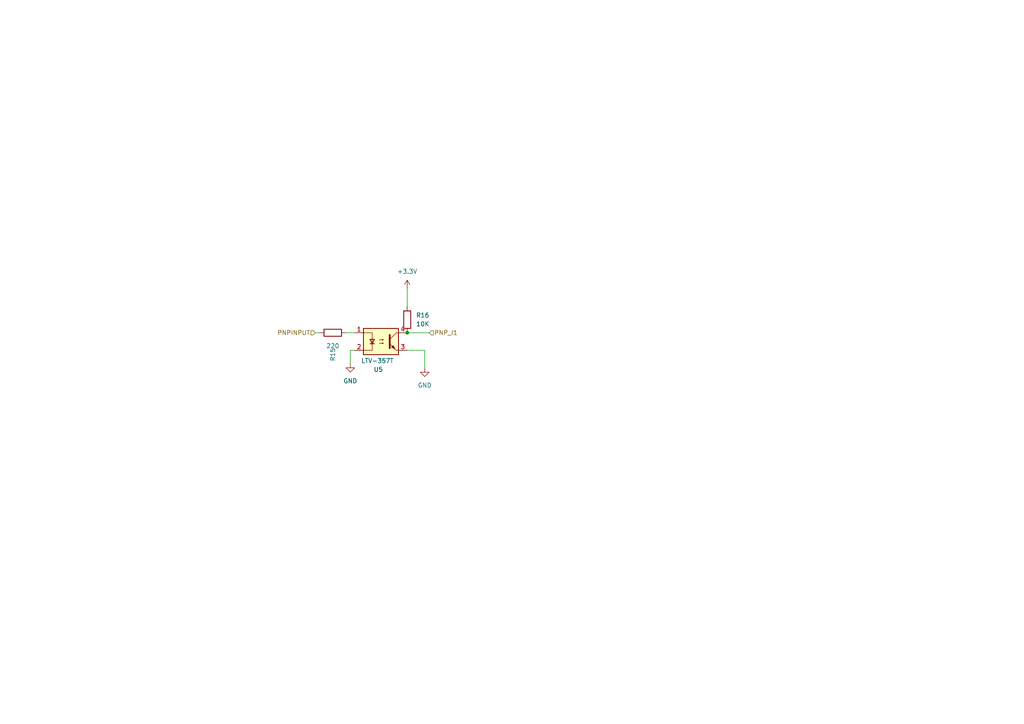
<source format=kicad_sch>
(kicad_sch (version 20250114) (generator "eeschema") (generator_version "9.0")
  (paper "A4")
  (lib_symbols
    (symbol "Device:R" (pin_numbers (hide yes)) (pin_names (offset 0))
      (property "Reference" "R" (at 2.032 0 90))
      (property "Value" "R" (at 0 0 90))
      (symbol "R_0_1"
        (rectangle (start -1.016 -2.54) (end 1.016 2.54) (stroke (width 0.254)))
      )
      (symbol "R_1_1"
        (pin passive line (at 0 3.81 270) (length 1.27) (name "~") (number "1"))
        (pin passive line (at 0 -3.81 90) (length 1.27) (name "~") (number "2"))
      )
    )
    (symbol "Isolator:LTV-357T" (pin_names (offset 1.016))
      (property "Reference" "U" (at -5.334 4.826 0))
      (property "Value" "LTV-357T" (at 0 5.08 0))
      (symbol "LTV-357T_0_1"
        (rectangle (start -5.08 3.81) (end 5.08 -3.81) (stroke (width 0.254)) (fill (type background)))
        (polyline (pts (xy -5.08 2.54) (xy -2.54 2.54) (xy -2.54 -0.762)))
        (polyline (pts (xy -3.175 -0.635) (xy -1.905 -0.635)) (stroke (width 0.254)))
        (polyline (pts (xy -2.54 -0.635) (xy -2.54 -2.54) (xy -5.08 -2.54)))
        (polyline (pts (xy -2.54 -0.635) (xy -3.175 0.635) (xy -1.905 0.635) (xy -2.54 -0.635)) (stroke (width 0.254)))
        (polyline (pts (xy -0.508 0.508) (xy 0.762 0.508) (xy 0.381 0.381) (xy 0.381 0.635) (xy 0.762 0.508)))
        (polyline (pts (xy -0.508 -0.508) (xy 0.762 -0.508) (xy 0.381 -0.635) (xy 0.381 -0.381) (xy 0.762 -0.508)))
        (polyline (pts (xy 2.54 1.905) (xy 2.54 -1.905) (xy 2.54 -1.905)) (stroke (width 0.508)))
        (polyline (pts (xy 2.54 0.635) (xy 4.445 2.54)))
        (polyline (pts (xy 3.048 -1.651) (xy 3.556 -1.143) (xy 4.064 -2.159) (xy 3.048 -1.651) (xy 3.048 -1.651)) (fill (type outline)))
        (polyline (pts (xy 4.445 2.54) (xy 5.08 2.54)))
        (polyline (pts (xy 4.445 -2.54) (xy 2.54 -0.635)) (fill (type outline)))
        (polyline (pts (xy 4.445 -2.54) (xy 5.08 -2.54)))
      )
      (symbol "LTV-357T_1_1"
        (pin passive line (at -7.62 2.54 0) (length 2.54) (name "~") (number "1"))
        (pin passive line (at -7.62 -2.54 0) (length 2.54) (name "~") (number "2"))
        (pin passive line (at 7.62 2.54 180) (length 2.54) (name "~") (number "4"))
        (pin passive line (at 7.62 -2.54 180) (length 2.54) (name "~") (number "3"))
      )
    )
    (symbol "power:+3.3V" (power) (pin_numbers (hide yes)) (pin_names (offset 0) (hide yes))
      (property "Value" "+3.3V" (at 0 3.556 0))
      (symbol "+3.3V_0_1"
        (polyline (pts (xy -0.762 1.27) (xy 0 2.54)))
        (polyline (pts (xy 0 2.54) (xy 0.762 1.27)))
        (polyline (pts (xy 0 0) (xy 0 2.54)))
      )
      (symbol "+3.3V_1_1"
        (pin power_in line (at 0 0 90) (length 0) (name "~") (number "1"))
      )
    )
    (symbol "power:GND" (power) (pin_numbers (hide yes)) (pin_names (offset 0) (hide yes))
      (property "Value" "GND" (at 0 -3.81 0))
      (symbol "GND_0_1"
        (polyline (pts (xy 0 0) (xy 0 -1.27) (xy 1.27 -1.27) (xy 0 -2.54) (xy -1.27 -1.27) (xy 0 -1.27)))
      )
      (symbol "GND_1_1"
        (pin power_in line (at 0 0 270) (length 0) (name "~") (number "1"))
      )
    )
  )
  (junction (at 118.11 96.52))
  (wire (pts (xy 118.11 101.6) (xy 123.19 101.6)))
  (wire (pts (xy 91.44 96.52) (xy 92.71 96.52)))
  (wire (pts (xy 100.33 96.52) (xy 102.87 96.52)))
  (wire (pts (xy 123.19 101.6) (xy 123.19 106.68)))
  (wire (pts (xy 101.6 105.41) (xy 101.6 101.6)))
  (wire (pts (xy 118.11 83.82) (xy 118.11 88.9)))
  (wire (pts (xy 118.11 96.52) (xy 124.46 96.52)))
  (wire (pts (xy 101.6 101.6) (xy 102.87 101.6)))
  (hierarchical_label "PNP_I1" (shape input) (at 124.46 96.52 0))
  (hierarchical_label "PNPINPUT" (shape input) (at 91.44 96.52 180))
  (symbol (lib_id "power:GND") (at 101.6 105.41 0) (unit 1)
    (property "Reference" "#PWR0101" (effects (hide yes)))
    (property "Value" "GND" (at 101.6 110.49 0))
    (property "Description" "Power symbol creates a global label with name \"GND\" , ground" (effects (hide yes)))
    (instances (project "xorion2.0" (path "" (reference "#PWR0104") (unit 1)) (path "" (reference "#PWR0101") (unit 1))))
  )
  (symbol (lib_id "Device:R") (at 118.11 92.71 180) (unit 1)
    (property "Reference" "R14" (at 120.65 91.4399 0) (effects (justify right)))
    (property "Value" "10K" (at 120.65 93.9799 0) (effects (justify right)))
    (property "Footprint" "PCM_4ms_Resistor:R_0603" (effects (hide yes)))
    (property "Description" "Resistor" (effects (hide yes)))
    (instances (project "xorion2.0" (path "" (reference "R16") (unit 1)) (path "" (reference "R14") (unit 1))))
  )
  (symbol (lib_id "power:GND") (at 123.19 106.68 0) (unit 1)
    (property "Reference" "#PWR0102" (effects (hide yes)))
    (property "Value" "GND" (at 123.19 111.76 0))
    (property "Description" "Power symbol creates a global label with name \"GND\" , ground" (effects (hide yes)))
    (instances (project "xorion2.0" (path "" (reference "#PWR0105") (unit 1)) (path "" (reference "#PWR0102") (unit 1))))
  )
  (symbol (lib_id "power:+3.3V") (at 118.11 83.82 0) (unit 1)
    (property "Reference" "#PWR0103" (effects (hide yes)))
    (property "Value" "+3.3V" (at 118.11 78.74 0))
    (property "Description" "Power symbol creates a global label with name \"+3.3V\"" (effects (hide yes)))
    (instances (project "xorion2.0" (path "" (reference "#PWR0106") (unit 1)) (path "" (reference "#PWR0103") (unit 1))))
  )
  (symbol (lib_id "Isolator:LTV-357T") (at 110.49 99.06 0) (unit 1)
    (property "Reference" "U3" (at 109.728 107.188 0))
    (property "Value" "LTV-357T" (at 109.474 104.648 0))
    (property "Footprint" "Package_SO:SO-4_4.4x3.6mm_P2.54mm" (effects (hide yes)))
    (property "Datasheet" "https://www.buerklin.com/medias/sys_master/download/download/h91/ha0/8892020588574.pdf" (effects (hide yes)))
    (property "Description" "DC Optocoupler, Vce 35V, CTR 50%, SO-4" (effects (hide yes)))
    (instances (project "xorion2.0" (path "" (reference "U5") (unit 1)) (path "" (reference "U3") (unit 1))))
  )
  (symbol (lib_id "Device:R") (at 96.52 96.52 270) (unit 1)
    (property "Reference" "R13" (at 96.52 102.87 0))
    (property "Value" "220" (at 96.52 100.33 90))
    (property "Footprint" "PCM_4ms_Resistor:R_0603" (effects (hide yes)))
    (property "Description" "Resistor" (effects (hide yes)))
    (instances (project "xorion2.0" (path "" (reference "R15") (unit 1)) (path "" (reference "R13") (unit 1))))
  )
)
</source>
